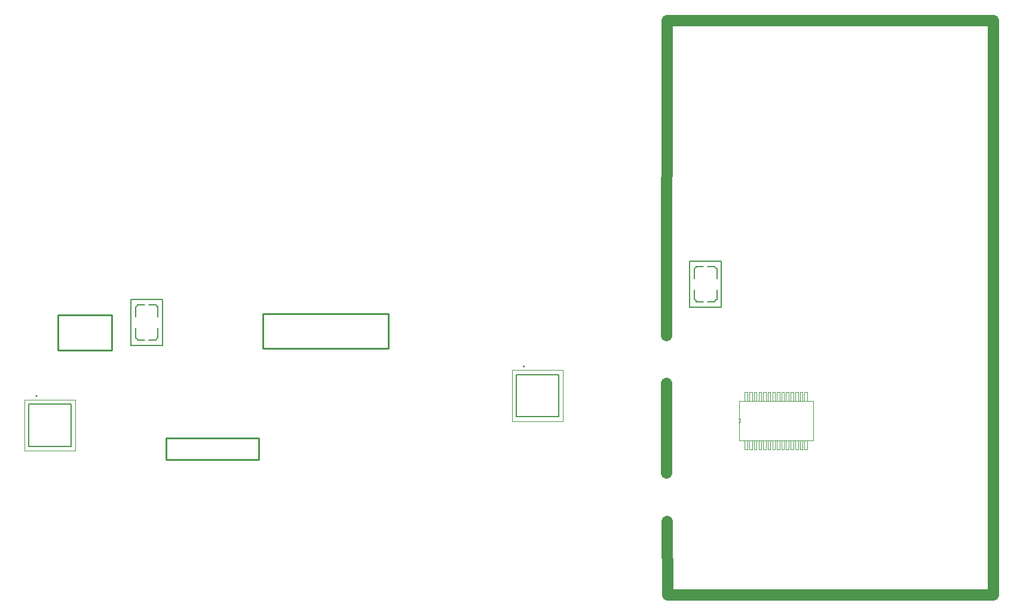
<source format=gm1>
G04*
G04 #@! TF.GenerationSoftware,Altium Limited,Altium Designer,18.1.9 (240)*
G04*
G04 Layer_Color=16711935*
%FSLAX44Y44*%
%MOMM*%
G71*
G01*
G75*
%ADD35C,0.2540*%
%ADD36C,0.2000*%
%ADD46C,1.6000*%
%ADD78C,0.0000*%
%ADD79C,0.1270*%
%ADD126C,0.0500*%
D35*
X671115Y594105D02*
Y643889D01*
Y594105D02*
X747315D01*
Y643889D01*
X671115D02*
X747315D01*
X961230Y645889D02*
X1139030D01*
X961230Y596105D02*
Y645889D01*
Y596105D02*
X1139030D01*
Y645889D01*
X823595Y469240D02*
X955040D01*
X823595Y438760D02*
Y469240D01*
Y438760D02*
X955040D01*
Y469240D01*
D36*
X1331690Y571048D02*
G03*
X1331690Y571048I-1000J0D01*
G01*
X641170Y529210D02*
G03*
X641170Y529210I-1000J0D01*
G01*
D46*
X1532380Y420370D02*
Y547370D01*
X1995930Y247650D02*
X1534446D01*
X1533176Y351978D01*
X1532896Y615437D02*
X1533650Y1061720D01*
X1995930Y247650D02*
Y1061720D01*
X1533650Y1061720D02*
X1995930Y1061720D01*
D78*
X1635561Y490982D02*
G03*
X1635561Y497078I0J3048D01*
G01*
X1740717Y466090D02*
X1635561D01*
Y490982D01*
Y497078D01*
Y521970D01*
X1740717D02*
X1635561D01*
X1740717Y466090D02*
Y521970D01*
X1643943D02*
Y534924D01*
X1647753D02*
X1643943D01*
X1647753Y521970D02*
Y534924D01*
Y521970D02*
X1643943D01*
X1650547D02*
Y534924D01*
X1654357D02*
X1650547D01*
X1654357Y521970D02*
Y534924D01*
Y521970D02*
X1650547D01*
X1656897D02*
Y534924D01*
X1660707D02*
X1656897D01*
X1660707Y521970D02*
Y534924D01*
Y521970D02*
X1656897D01*
X1663501D02*
Y534924D01*
X1667311D02*
X1663501D01*
X1667311Y521970D02*
Y534924D01*
Y521970D02*
X1663501D01*
X1670105D02*
Y534924D01*
X1673915D02*
X1670105D01*
X1673915Y521970D02*
Y534924D01*
Y521970D02*
X1670105D01*
X1676455D02*
Y534924D01*
X1680265D02*
X1676455D01*
X1680265Y521970D02*
Y534924D01*
Y521970D02*
X1676455D01*
X1683059D02*
Y534924D01*
X1686869D02*
X1683059D01*
X1686869Y521970D02*
Y534924D01*
Y521970D02*
X1683059D01*
X1689409D02*
Y534924D01*
X1693219D02*
X1689409D01*
X1693219Y521970D02*
Y534924D01*
Y521970D02*
X1689409D01*
X1696013D02*
Y534924D01*
X1699823D02*
X1696013D01*
X1699823Y521970D02*
Y534924D01*
Y521970D02*
X1696013D01*
X1702363D02*
Y534924D01*
X1706173D02*
X1702363D01*
X1706173Y521970D02*
Y534924D01*
Y521970D02*
X1702363D01*
X1708967D02*
Y534924D01*
X1712777D02*
X1708967D01*
X1712777Y521970D02*
Y534924D01*
Y521970D02*
X1708967D01*
X1715571D02*
Y534924D01*
X1719381D02*
X1715571D01*
X1719381Y521970D02*
Y534924D01*
Y521970D02*
X1715571D01*
X1721921D02*
Y534924D01*
X1725731D02*
X1721921D01*
X1725731Y521970D02*
Y534924D01*
Y521970D02*
X1721921D01*
X1728525D02*
Y534924D01*
X1732335D02*
X1728525D01*
X1732335Y521970D02*
Y534924D01*
Y521970D02*
X1728525D01*
X1732335Y453136D02*
Y466090D01*
Y453136D02*
X1728525D01*
Y466090D01*
X1732335D02*
X1728525D01*
X1725731Y453136D02*
Y466090D01*
Y453136D02*
X1721921D01*
Y466090D01*
X1725731D02*
X1721921D01*
X1719381Y453136D02*
Y466090D01*
Y453136D02*
X1715571D01*
Y466090D01*
X1719381D02*
X1715571D01*
X1712777Y453136D02*
Y466090D01*
Y453136D02*
X1708967D01*
Y466090D01*
X1712777D02*
X1708967D01*
X1706173Y453136D02*
Y466090D01*
Y453136D02*
X1702363D01*
Y466090D01*
X1706173D02*
X1702363D01*
X1699823Y453136D02*
Y466090D01*
Y453136D02*
X1696013D01*
Y466090D01*
X1699823D02*
X1696013D01*
X1693219Y453136D02*
Y466090D01*
Y453136D02*
X1689409D01*
Y466090D01*
X1693219D02*
X1689409D01*
X1686869Y453136D02*
Y466090D01*
Y453136D02*
X1683059D01*
Y466090D01*
X1686869D02*
X1683059D01*
X1680265Y453136D02*
Y466090D01*
Y453136D02*
X1676455D01*
Y466090D01*
X1680265D02*
X1676455D01*
X1673915Y453136D02*
Y466090D01*
Y453136D02*
X1670105D01*
Y466090D01*
X1673915D02*
X1670105D01*
X1667311Y453136D02*
Y466090D01*
Y453136D02*
X1663501D01*
Y466090D01*
X1667311D02*
X1663501D01*
X1660707Y453136D02*
Y466090D01*
Y453136D02*
X1656897D01*
Y466090D01*
X1660707D02*
X1656897D01*
X1654357Y453136D02*
Y466090D01*
Y453136D02*
X1650547D01*
Y466090D01*
X1654357D02*
X1650547D01*
X1647753Y453136D02*
Y466090D01*
Y453136D02*
X1643943D01*
Y466090D01*
X1647753D02*
X1643943D01*
D79*
X1575305Y662832D02*
G03*
X1572305Y665832I-3000J0D01*
G01*
Y709832D02*
G03*
X1575305Y712832I0J3000D01*
G01*
X1604305Y665832D02*
G03*
X1601305Y662832I0J-3000D01*
G01*
Y712832D02*
G03*
X1604305Y709832I3000J0D01*
G01*
X1610805Y720332D02*
X1565805D01*
X1610805Y655332D02*
Y720332D01*
Y655332D02*
X1565805D01*
Y720332D01*
X1585305Y662832D02*
X1575305D01*
X1572305Y665832D02*
Y679832D01*
Y695832D02*
Y709832D01*
X1585305Y712832D02*
X1575305D01*
X1601305Y662832D02*
X1591305D01*
X1604305Y665832D02*
Y679832D01*
Y695832D02*
Y709832D01*
X1601305Y712832D02*
X1591305D01*
X812503Y611399D02*
G03*
X809503Y608400I0J-3000D01*
G01*
Y658400D02*
G03*
X812503Y655399I3000J0D01*
G01*
X783503Y608400D02*
G03*
X780503Y611399I-3000J0D01*
G01*
Y655399D02*
G03*
X783503Y658400I0J3000D01*
G01*
X799503Y608400D02*
X809503D01*
X812503Y611399D02*
Y625400D01*
Y641400D02*
Y655399D01*
X799503Y658400D02*
X809503D01*
X783503Y608400D02*
X793503D01*
X780503Y611399D02*
Y625400D01*
Y641400D02*
Y655399D01*
X783503Y658400D02*
X793503D01*
X774003Y600900D02*
Y665900D01*
X819003D01*
Y600900D02*
Y665900D01*
X774003Y600900D02*
X819003D01*
X1319990Y559598D02*
X1379990D01*
X1319990Y499598D02*
X1379990D01*
X1319990D02*
Y559598D01*
X1379990Y499598D02*
Y559598D01*
X629470Y517760D02*
X689470D01*
X629470Y457760D02*
X689470D01*
X629470D02*
Y517760D01*
X689470Y457760D02*
Y517760D01*
D126*
X1313890Y493498D02*
X1386090D01*
X1313890Y565698D02*
X1386090D01*
X1313890Y493498D02*
Y565698D01*
X1386090Y493498D02*
Y565698D01*
X623370Y451660D02*
X695570D01*
X623370Y523860D02*
X695570D01*
X623370Y451660D02*
Y523860D01*
X695570Y451660D02*
Y523860D01*
M02*

</source>
